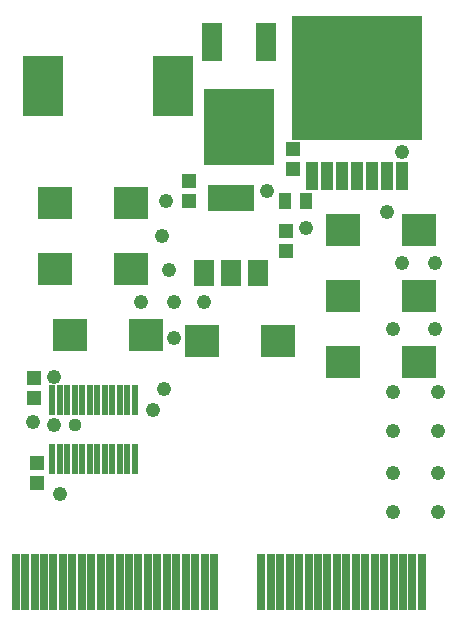
<source format=gts>
G75*
%MOIN*%
%OFA0B0*%
%FSLAX25Y25*%
%IPPOS*%
%LPD*%
%AMOC8*
5,1,8,0,0,1.08239X$1,22.5*
%
%ADD10R,0.04737X0.05131*%
%ADD11R,0.03950X0.05524*%
%ADD12R,0.23635X0.25209*%
%ADD13R,0.07099X0.12611*%
%ADD14R,0.04400X0.09300*%
%ADD15R,0.43300X0.41800*%
%ADD16R,0.13792X0.20091*%
%ADD17R,0.15761X0.08674*%
%ADD18R,0.06706X0.08674*%
%ADD19R,0.02375X0.09855*%
%ADD20R,0.05131X0.04737*%
%ADD21R,0.03162X0.18517*%
%ADD22R,0.11706X0.10839*%
%ADD23C,0.04762*%
%ADD24C,0.04369*%
D10*
X0028700Y0075754D03*
X0028700Y0082446D03*
X0080500Y0141654D03*
X0080500Y0148346D03*
X0112730Y0131699D03*
X0112730Y0125006D03*
X0115000Y0152207D03*
X0115000Y0158900D03*
D11*
X0112361Y0141435D03*
X0119448Y0141435D03*
D12*
X0097000Y0166295D03*
D13*
X0088004Y0194563D03*
X0105996Y0194563D03*
D14*
X0121500Y0149811D03*
X0126500Y0149811D03*
X0131500Y0149811D03*
X0136500Y0149811D03*
X0141500Y0149811D03*
X0146500Y0149811D03*
X0151500Y0149811D03*
D15*
X0136500Y0182611D03*
D16*
X0075154Y0180000D03*
X0031846Y0180000D03*
D17*
X0094400Y0142402D03*
D18*
X0094400Y0117598D03*
X0085345Y0117598D03*
X0103455Y0117598D03*
D19*
X0062319Y0075124D03*
X0059819Y0075124D03*
X0057319Y0075124D03*
X0054819Y0075124D03*
X0052319Y0075124D03*
X0049819Y0075124D03*
X0047319Y0075124D03*
X0044819Y0075124D03*
X0042319Y0075124D03*
X0039819Y0075124D03*
X0037319Y0075124D03*
X0034819Y0075124D03*
X0034819Y0055439D03*
X0037319Y0055439D03*
X0039819Y0055439D03*
X0042319Y0055439D03*
X0044819Y0055439D03*
X0047319Y0055439D03*
X0049819Y0055439D03*
X0052319Y0055439D03*
X0054819Y0055439D03*
X0057319Y0055439D03*
X0059819Y0055439D03*
X0062319Y0055439D03*
D20*
X0029800Y0054246D03*
X0029800Y0047554D03*
D21*
X0022650Y0014449D03*
X0025799Y0014449D03*
X0028949Y0014449D03*
X0032098Y0014449D03*
X0035248Y0014449D03*
X0038398Y0014449D03*
X0041547Y0014449D03*
X0044697Y0014449D03*
X0047846Y0014449D03*
X0050996Y0014449D03*
X0054146Y0014449D03*
X0057295Y0014449D03*
X0060445Y0014449D03*
X0063594Y0014449D03*
X0066744Y0014449D03*
X0069894Y0014449D03*
X0073043Y0014449D03*
X0076193Y0014449D03*
X0079343Y0014449D03*
X0082492Y0014449D03*
X0085642Y0014449D03*
X0088791Y0014449D03*
X0104539Y0014449D03*
X0107689Y0014449D03*
X0110839Y0014449D03*
X0113988Y0014449D03*
X0117138Y0014449D03*
X0120287Y0014449D03*
X0123437Y0014449D03*
X0126587Y0014449D03*
X0129736Y0014449D03*
X0132886Y0014449D03*
X0136035Y0014449D03*
X0139185Y0014449D03*
X0142335Y0014449D03*
X0145484Y0014449D03*
X0148634Y0014449D03*
X0151783Y0014449D03*
X0154933Y0014449D03*
X0158083Y0014449D03*
D22*
X0157177Y0088000D03*
X0157177Y0110000D03*
X0157177Y0132000D03*
X0131823Y0132000D03*
X0131823Y0110000D03*
X0131823Y0088000D03*
X0110177Y0095000D03*
X0084823Y0095000D03*
X0066277Y0096900D03*
X0061177Y0119000D03*
X0061177Y0141000D03*
X0035823Y0141000D03*
X0035823Y0119000D03*
X0040923Y0096900D03*
D23*
X0035500Y0083000D03*
X0028500Y0068000D03*
X0035500Y0067000D03*
X0037500Y0044000D03*
X0068500Y0072000D03*
X0072100Y0079000D03*
X0075500Y0096000D03*
X0075500Y0108000D03*
X0073900Y0118600D03*
X0071500Y0130000D03*
X0072700Y0141700D03*
X0064500Y0108000D03*
X0085500Y0108000D03*
X0106500Y0145000D03*
X0119505Y0132581D03*
X0146500Y0138000D03*
X0151500Y0121000D03*
X0162500Y0121000D03*
X0162500Y0099000D03*
X0148500Y0099000D03*
X0148500Y0078000D03*
X0148500Y0065000D03*
X0148500Y0051000D03*
X0148500Y0038000D03*
X0163500Y0038000D03*
X0163500Y0051000D03*
X0163500Y0065000D03*
X0163500Y0078000D03*
X0151500Y0158000D03*
X0149500Y0169500D03*
X0149500Y0184500D03*
X0149500Y0199500D03*
X0134500Y0199500D03*
X0134500Y0184500D03*
X0134500Y0169500D03*
X0119500Y0169500D03*
X0119500Y0184500D03*
X0119500Y0199500D03*
D24*
X0042319Y0066819D03*
M02*

</source>
